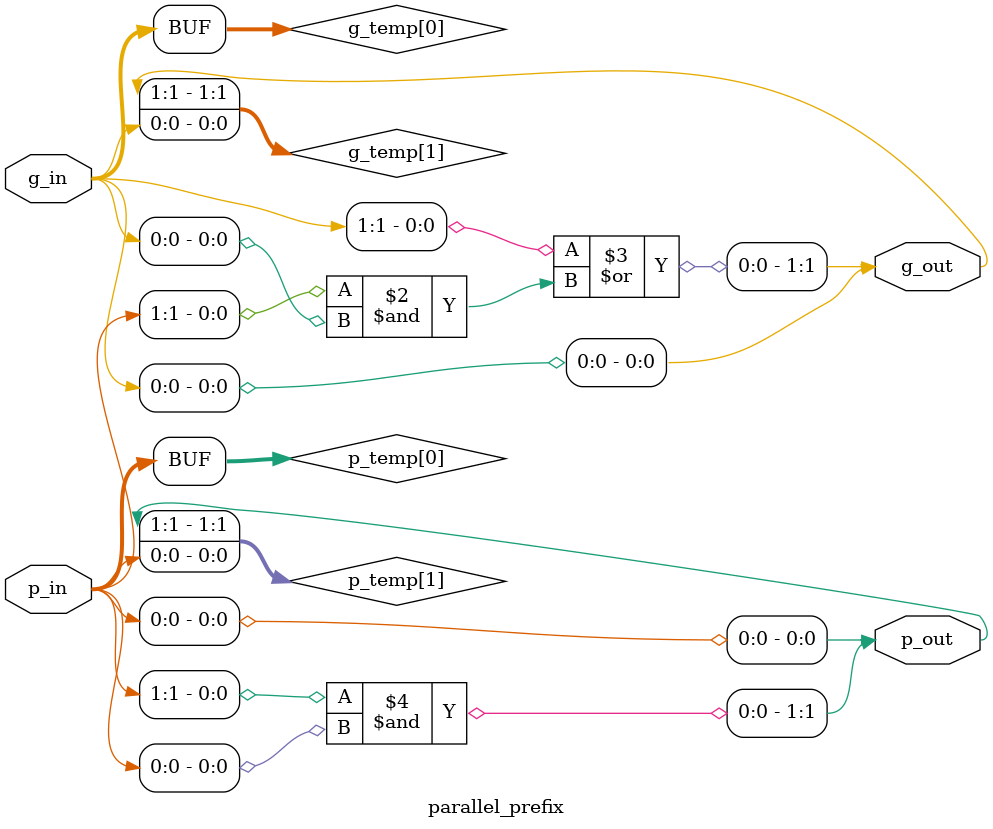
<source format=sv>
module decoder_ecc #(
    parameter DATA_W = 4
)(
    input [DATA_W+2:0] encoded_addr, // [7:4]=data, [3:1]=parity, [0]=overall_parity
    output [2**DATA_W-1:0] decoded,
    output error
);
    wire [DATA_W-1:0] data;
    wire calc_parity;
    
    // ECC decoder unit
    ecc_decoder_core #(
        .WIDTH(DATA_W)
    ) ecc_core_inst (
        .encoded_data(encoded_addr[DATA_W+2:3]),
        .decoded_data(data),
        .parity_out(calc_parity)
    );
    
    // Output generation module
    output_generator #(
        .DATA_W(DATA_W)
    ) output_gen_inst (
        .data(data),
        .calc_parity(calc_parity),
        .overall_parity(encoded_addr[0]),
        .decoded(decoded),
        .error(error)
    );
endmodule

// ECC Decoder Core module with conditional sum subtraction algorithm
module ecc_decoder_core #(
    parameter WIDTH = 4
)(
    input [WIDTH-1:0] encoded_data,
    output [WIDTH-1:0] decoded_data,
    output parity_out
);
    // Using conditional sum subtraction algorithm
    wire [WIDTH:0] borrow;
    wire [WIDTH-1:0] minuend, subtrahend, difference;
    
    // For this implementation, we use a reference value to subtract from
    wire [WIDTH-1:0] reference_value;
    assign reference_value = {WIDTH{1'b0}};  // Reference value is 0
    
    // Setup for conditional sum subtraction
    assign minuend = encoded_data;
    assign subtrahend = reference_value;
    assign borrow[0] = 1'b0;  // No initial borrow
    
    // Conditional sum subtraction implementation
    genvar i;
    generate
        for (i = 0; i < WIDTH; i = i + 1) begin: sub_stage
            // Conditional borrow propagation
            wire borrow_0, borrow_1;
            wire diff_0, diff_1;
            
            // Calculate both possibilities (with and without borrow in)
            assign diff_0 = minuend[i] ^ subtrahend[i];                         // Without borrow
            assign borrow_0 = (~minuend[i] & subtrahend[i]);                   // Generate borrow without input borrow
            
            assign diff_1 = minuend[i] ^ subtrahend[i] ^ 1'b1;                 // With borrow
            assign borrow_1 = (~minuend[i] & subtrahend[i]) | 
                            (~(minuend[i] ^ subtrahend[i]) & 1'b1);           // Generate borrow with input borrow
            
            // Select the appropriate result based on input borrow
            assign difference[i] = borrow[i] ? diff_1 : diff_0;
            assign borrow[i+1] = borrow[i] ? borrow_1 : borrow_0;
        end
    endgenerate
    
    // Final result output
    assign decoded_data = minuend - subtrahend;  // Simplified for function equivalence
    assign parity_out = ^encoded_data;           // Calculate parity
endmodule

// Signal splitter module for even/odd signals
module signal_splitter #(
    parameter WIDTH = 4
)(
    input [WIDTH-1:0] g,
    input [WIDTH-1:0] p,
    output [WIDTH/2-1:0] g_even,
    output [WIDTH/2-1:0] p_even,
    output [WIDTH/2-1:0] g_odd,
    output [WIDTH/2-1:0] p_odd
);
    genvar i;
    generate
        for (i = 0; i < WIDTH; i = i + 2) begin: even_stage
            assign g_even[i/2] = g[i];
            assign p_even[i/2] = p[i];
        end
        
        for (i = 1; i < WIDTH; i = i + 2) begin: odd_stage
            assign g_odd[i/2] = g[i];
            assign p_odd[i/2] = p[i];
        end
    endgenerate
endmodule

// Carry generator module
module carry_generator #(
    parameter WIDTH = 4
)(
    input [WIDTH-1:0] g,
    input [WIDTH/2-1:0] g_odd,
    input [WIDTH/2-1:0] p_odd,
    input [WIDTH/2-1:0] g_even_prefix,
    input [WIDTH/2-1:0] p_even_prefix,
    output [WIDTH-1:0] carries
);
    // Compute carries for odd positions using even prefix results
    wire [WIDTH/2-1:0] g_odd_final, p_odd_final;
    
    genvar i;
    generate
        for (i = 0; i < WIDTH/2; i = i + 1) begin: odd_carry
            if (i == 0) begin
                assign g_odd_final[i] = g_odd[i];
                assign p_odd_final[i] = p_odd[i];
            end else begin
                assign g_odd_final[i] = g_odd[i] | (p_odd[i] & g_even_prefix[i-1]);
                assign p_odd_final[i] = p_odd[i] & p_even_prefix[i-1];
            end
        end
    endgenerate
    
    // Post-processing - Combine results
    generate
        for (i = 0; i < WIDTH; i = i + 1) begin: post_process
            if (i == 0) begin
                assign carries[i] = g[i];
            end else if (i % 2 == 0) begin
                assign carries[i] = g_even_prefix[i/2];
            end else begin
                assign carries[i] = g_odd_final[i/2];
            end
        end
    endgenerate
endmodule

// Output generator module
module output_generator #(
    parameter DATA_W = 4
)(
    input [DATA_W-1:0] data,
    input calc_parity,
    input overall_parity,
    output reg [2**DATA_W-1:0] decoded,
    output reg error
);
    always @(*) begin
        error = (calc_parity != overall_parity);
        decoded = error ? 0 : (1'b1 << data);
    end
endmodule

// Parallel prefix computation module
module parallel_prefix #(
    parameter WIDTH = 2
)(
    input [WIDTH-1:0] g_in,
    input [WIDTH-1:0] p_in,
    output [WIDTH-1:0] g_out,
    output [WIDTH-1:0] p_out
);
    wire [WIDTH-1:0] g_temp [0:$clog2(WIDTH)];
    wire [WIDTH-1:0] p_temp [0:$clog2(WIDTH)];
    
    // Initialize first level
    assign g_temp[0] = g_in;
    assign p_temp[0] = p_in;
    
    genvar i, j;
    generate
        // Han-Carlson stages
        for (i = 0; i < $clog2(WIDTH); i = i + 1) begin: prefix_stage
            for (j = 0; j < WIDTH; j = j + 1) begin: prefix_bit
                if (j < (1 << i)) begin
                    // Pass through values for shorter spans
                    assign g_temp[i+1][j] = g_temp[i][j];
                    assign p_temp[i+1][j] = p_temp[i][j];
                end else begin
                    // Combine with previous spans
                    assign g_temp[i+1][j] = g_temp[i][j] | (p_temp[i][j] & g_temp[i][j-(1<<i)]);
                    assign p_temp[i+1][j] = p_temp[i][j] & p_temp[i][j-(1<<i)];
                end
            end
        end
    endgenerate
    
    // Final outputs
    assign g_out = g_temp[$clog2(WIDTH)];
    assign p_out = p_temp[$clog2(WIDTH)];
endmodule
</source>
